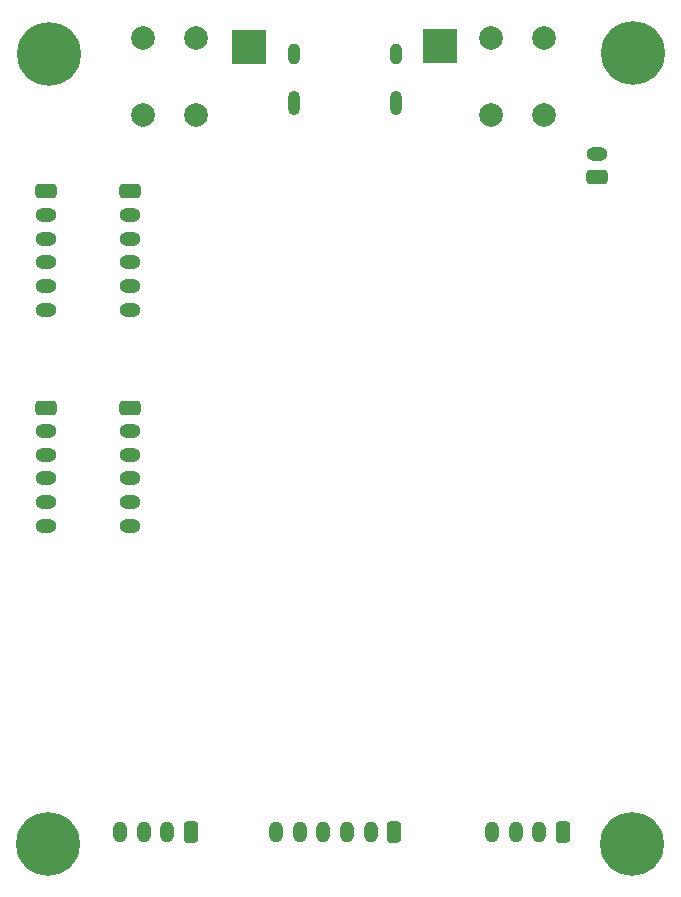
<source format=gbr>
%TF.GenerationSoftware,KiCad,Pcbnew,9.0.6*%
%TF.CreationDate,2026-01-19T20:12:22+07:00*%
%TF.ProjectId,ESP32S3_MOD_DEV,45535033-3253-4335-9f4d-4f445f444556,rev?*%
%TF.SameCoordinates,Original*%
%TF.FileFunction,Soldermask,Bot*%
%TF.FilePolarity,Negative*%
%FSLAX46Y46*%
G04 Gerber Fmt 4.6, Leading zero omitted, Abs format (unit mm)*
G04 Created by KiCad (PCBNEW 9.0.6) date 2026-01-19 20:12:22*
%MOMM*%
%LPD*%
G01*
G04 APERTURE LIST*
G04 Aperture macros list*
%AMRoundRect*
0 Rectangle with rounded corners*
0 $1 Rounding radius*
0 $2 $3 $4 $5 $6 $7 $8 $9 X,Y pos of 4 corners*
0 Add a 4 corners polygon primitive as box body*
4,1,4,$2,$3,$4,$5,$6,$7,$8,$9,$2,$3,0*
0 Add four circle primitives for the rounded corners*
1,1,$1+$1,$2,$3*
1,1,$1+$1,$4,$5*
1,1,$1+$1,$6,$7*
1,1,$1+$1,$8,$9*
0 Add four rect primitives between the rounded corners*
20,1,$1+$1,$2,$3,$4,$5,0*
20,1,$1+$1,$4,$5,$6,$7,0*
20,1,$1+$1,$6,$7,$8,$9,0*
20,1,$1+$1,$8,$9,$2,$3,0*%
G04 Aperture macros list end*
%ADD10RoundRect,0.250000X-0.650000X0.350000X-0.650000X-0.350000X0.650000X-0.350000X0.650000X0.350000X0*%
%ADD11O,1.800000X1.200000*%
%ADD12RoundRect,0.250000X0.350000X0.650000X-0.350000X0.650000X-0.350000X-0.650000X0.350000X-0.650000X0*%
%ADD13O,1.200000X1.800000*%
%ADD14O,1.000000X2.100000*%
%ADD15O,1.000000X1.800000*%
%ADD16C,0.800000*%
%ADD17C,5.400000*%
%ADD18C,2.000000*%
%ADD19RoundRect,0.250000X0.650000X-0.350000X0.650000X0.350000X-0.650000X0.350000X-0.650000X-0.350000X0*%
%ADD20R,3.000000X3.000000*%
G04 APERTURE END LIST*
D10*
%TO.C,J3*%
X81800000Y-54200000D03*
D11*
X81800000Y-56200000D03*
X81800000Y-58200000D03*
X81800000Y-60200000D03*
X81800000Y-62200000D03*
X81800000Y-64200000D03*
%TD*%
D12*
%TO.C,J6*%
X125600000Y-108400000D03*
D13*
X123600000Y-108400000D03*
X121600000Y-108400000D03*
X119600000Y-108400000D03*
%TD*%
D10*
%TO.C,J9*%
X88900000Y-54200000D03*
D11*
X88900000Y-56200000D03*
X88900000Y-58200000D03*
X88900000Y-60200000D03*
X88900000Y-62200000D03*
X88900000Y-64200000D03*
%TD*%
D14*
%TO.C,J2*%
X111430000Y-46750000D03*
D15*
X111430000Y-42570000D03*
D14*
X102790000Y-46750000D03*
D15*
X102790000Y-42570000D03*
%TD*%
D16*
%TO.C,H3*%
X79975000Y-109431900D03*
X80568109Y-108000009D03*
X80568109Y-110863791D03*
X82000000Y-107406900D03*
D17*
X82000000Y-109431900D03*
D16*
X82000000Y-111456900D03*
X83431891Y-108000009D03*
X83431891Y-110863791D03*
X84025000Y-109431900D03*
%TD*%
D18*
%TO.C,SW1*%
X119500000Y-47750000D03*
X124000000Y-47750000D03*
X119500000Y-41250000D03*
X124000000Y-41250000D03*
%TD*%
D10*
%TO.C,J4*%
X81800000Y-72500000D03*
D11*
X81800000Y-74500000D03*
X81800000Y-76500000D03*
X81800000Y-78500000D03*
X81800000Y-80500000D03*
X81800000Y-82500000D03*
%TD*%
D18*
%TO.C,SW2*%
X90000000Y-47750000D03*
X94500000Y-47750000D03*
X90000000Y-41250000D03*
X94500000Y-41250000D03*
%TD*%
D12*
%TO.C,J8*%
X111300000Y-108400000D03*
D13*
X109300000Y-108400000D03*
X107300000Y-108400000D03*
X105300000Y-108400000D03*
X103300000Y-108400000D03*
X101300000Y-108400000D03*
%TD*%
D19*
%TO.C,J1*%
X128475000Y-53000000D03*
D11*
X128475000Y-51000000D03*
%TD*%
D16*
%TO.C,H2*%
X80043100Y-42568100D03*
X80636209Y-41136209D03*
X80636209Y-43999991D03*
X82068100Y-40543100D03*
D17*
X82068100Y-42568100D03*
D16*
X82068100Y-44593100D03*
X83499991Y-41136209D03*
X83499991Y-43999991D03*
X84093100Y-42568100D03*
%TD*%
%TO.C,H1*%
X129475000Y-42500000D03*
X130068109Y-41068109D03*
X130068109Y-43931891D03*
X131500000Y-40475000D03*
D17*
X131500000Y-42500000D03*
D16*
X131500000Y-44525000D03*
X132931891Y-41068109D03*
X132931891Y-43931891D03*
X133525000Y-42500000D03*
%TD*%
D12*
%TO.C,J5*%
X94100000Y-108400000D03*
D13*
X92100000Y-108400000D03*
X90100000Y-108400000D03*
X88100000Y-108400000D03*
%TD*%
D10*
%TO.C,J10*%
X88900000Y-72500000D03*
D11*
X88900000Y-74500000D03*
X88900000Y-76500000D03*
X88900000Y-78500000D03*
X88900000Y-80500000D03*
X88900000Y-82500000D03*
%TD*%
D16*
%TO.C,H4*%
X129406900Y-109431900D03*
X130000009Y-108000009D03*
X130000009Y-110863791D03*
X131431900Y-107406900D03*
D17*
X131431900Y-109431900D03*
D16*
X131431900Y-111456900D03*
X132863791Y-108000009D03*
X132863791Y-110863791D03*
X133456900Y-109431900D03*
%TD*%
D20*
%TO.C,VUSB*%
X115200000Y-41900000D03*
%TD*%
%TO.C,GND*%
X99000000Y-42000000D03*
%TD*%
M02*

</source>
